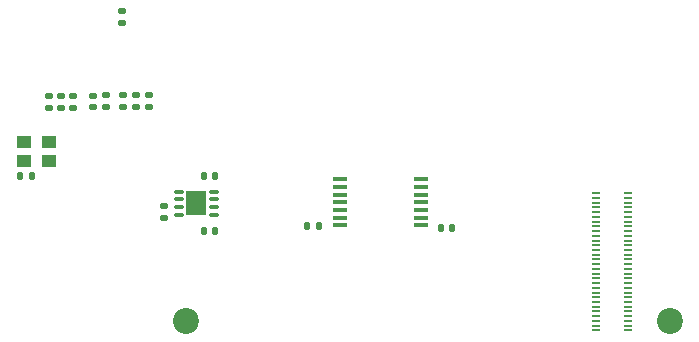
<source format=gbr>
%TF.GenerationSoftware,KiCad,Pcbnew,(6.0.7)*%
%TF.CreationDate,2022-09-26T14:07:28+03:00*%
%TF.ProjectId,202-combi-v0.2,3230322d-636f-46d6-9269-2d76302e322e,rev?*%
%TF.SameCoordinates,PX328b740PY3479d68*%
%TF.FileFunction,Soldermask,Bot*%
%TF.FilePolarity,Negative*%
%FSLAX46Y46*%
G04 Gerber Fmt 4.6, Leading zero omitted, Abs format (unit mm)*
G04 Created by KiCad (PCBNEW (6.0.7)) date 2022-09-26 14:07:28*
%MOMM*%
%LPD*%
G01*
G04 APERTURE LIST*
G04 Aperture macros list*
%AMRoundRect*
0 Rectangle with rounded corners*
0 $1 Rounding radius*
0 $2 $3 $4 $5 $6 $7 $8 $9 X,Y pos of 4 corners*
0 Add a 4 corners polygon primitive as box body*
4,1,4,$2,$3,$4,$5,$6,$7,$8,$9,$2,$3,0*
0 Add four circle primitives for the rounded corners*
1,1,$1+$1,$2,$3*
1,1,$1+$1,$4,$5*
1,1,$1+$1,$6,$7*
1,1,$1+$1,$8,$9*
0 Add four rect primitives between the rounded corners*
20,1,$1+$1,$2,$3,$4,$5,0*
20,1,$1+$1,$4,$5,$6,$7,0*
20,1,$1+$1,$6,$7,$8,$9,0*
20,1,$1+$1,$8,$9,$2,$3,0*%
G04 Aperture macros list end*
%ADD10R,0.660400X0.254000*%
%ADD11RoundRect,0.075000X0.325000X0.075000X-0.325000X0.075000X-0.325000X-0.075000X0.325000X-0.075000X0*%
%ADD12R,1.700000X2.050000*%
%ADD13C,2.200000*%
%ADD14RoundRect,0.140000X-0.170000X0.140000X-0.170000X-0.140000X0.170000X-0.140000X0.170000X0.140000X0*%
%ADD15RoundRect,0.140000X0.140000X0.170000X-0.140000X0.170000X-0.140000X-0.170000X0.140000X-0.170000X0*%
%ADD16RoundRect,0.135000X0.185000X-0.135000X0.185000X0.135000X-0.185000X0.135000X-0.185000X-0.135000X0*%
%ADD17RoundRect,0.135000X-0.185000X0.135000X-0.185000X-0.135000X0.185000X-0.135000X0.185000X0.135000X0*%
%ADD18R,1.200000X0.400000*%
%ADD19R,1.300000X1.100000*%
%ADD20RoundRect,0.140000X-0.140000X-0.170000X0.140000X-0.170000X0.140000X0.170000X-0.140000X0.170000X0*%
%ADD21RoundRect,0.140000X0.170000X-0.140000X0.170000X0.140000X-0.170000X0.140000X-0.170000X-0.140000X0*%
G04 APERTURE END LIST*
D10*
%TO.C,P8*%
X52495001Y-19175001D03*
X49784999Y-19175001D03*
X52495001Y-19575001D03*
X49784999Y-19575001D03*
X52495001Y-19975000D03*
X49784999Y-19975000D03*
X52495001Y-20375002D03*
X49784999Y-20375002D03*
X52495001Y-20775001D03*
X49784999Y-20775001D03*
X52495001Y-21175000D03*
X49784999Y-21175000D03*
X52495001Y-21574999D03*
X49784999Y-21574999D03*
X52495001Y-21975001D03*
X49784999Y-21975001D03*
X52495001Y-22375000D03*
X49784999Y-22375000D03*
X52495001Y-22774999D03*
X49784999Y-22774999D03*
X52495001Y-23175001D03*
X49784999Y-23175001D03*
X52495001Y-23575000D03*
X49784999Y-23575000D03*
X52495001Y-23974999D03*
X49784999Y-23974999D03*
X52495001Y-24375001D03*
X49784999Y-24375001D03*
X52495001Y-24775000D03*
X49784999Y-24775000D03*
X52495001Y-25175000D03*
X49784999Y-25175000D03*
X52495001Y-25574999D03*
X49784999Y-25574999D03*
X52495001Y-25975001D03*
X49784999Y-25975001D03*
X52495001Y-26375000D03*
X49784999Y-26375000D03*
X52495001Y-26774999D03*
X49784999Y-26774999D03*
X52495001Y-27175001D03*
X49784999Y-27175001D03*
X52495001Y-27575000D03*
X49784999Y-27575000D03*
X52495001Y-27974999D03*
X49784999Y-27974999D03*
X52495001Y-28374998D03*
X49784999Y-28374998D03*
X52495001Y-28775000D03*
X49784999Y-28775000D03*
X52495001Y-29174999D03*
X49784999Y-29174999D03*
X52495001Y-29574998D03*
X49784999Y-29574998D03*
X52495001Y-29975000D03*
X49784999Y-29975000D03*
X52495001Y-30374999D03*
X49784999Y-30374999D03*
X52495001Y-30774999D03*
X49784999Y-30774999D03*
%TD*%
D11*
%TO.C,U6*%
X17362500Y-19050000D03*
X17362500Y-19700000D03*
X17362500Y-20350000D03*
X17362500Y-21000000D03*
X14462500Y-21000000D03*
X14462500Y-20350000D03*
X14462500Y-19700000D03*
X14462500Y-19050000D03*
D12*
X15912500Y-20025000D03*
%TD*%
D13*
%TO.C,H1*%
X56000000Y-29975000D03*
%TD*%
%TO.C,H2*%
X15000000Y-29975000D03*
%TD*%
D14*
%TO.C,C1*%
X8230000Y-10885000D03*
X8230000Y-11845000D03*
%TD*%
D15*
%TO.C,C11*%
X26280000Y-21975000D03*
X25320000Y-21975000D03*
%TD*%
D16*
%TO.C,R8*%
X5475000Y-11960000D03*
X5475000Y-10940000D03*
%TD*%
%TO.C,R5*%
X11875000Y-11900000D03*
X11875000Y-10880000D03*
%TD*%
%TO.C,R9*%
X4450000Y-11960000D03*
X4450000Y-10940000D03*
%TD*%
%TO.C,R7*%
X9700000Y-11900000D03*
X9700000Y-10880000D03*
%TD*%
D17*
%TO.C,R11*%
X9600000Y-3765000D03*
X9600000Y-4785000D03*
%TD*%
D18*
%TO.C,U1*%
X28050000Y-21900000D03*
X28050000Y-21250000D03*
X28050000Y-20600000D03*
X28050000Y-19950000D03*
X28050000Y-19300000D03*
X28050000Y-18650000D03*
X28050000Y-18000000D03*
X34950000Y-18000000D03*
X34950000Y-18650000D03*
X34950000Y-19300000D03*
X34950000Y-19950000D03*
X34950000Y-20600000D03*
X34950000Y-21250000D03*
X34950000Y-21900000D03*
%TD*%
D14*
%TO.C,C2*%
X7200000Y-10895000D03*
X7200000Y-11855000D03*
%TD*%
D16*
%TO.C,R10*%
X3400000Y-11960000D03*
X3400000Y-10940000D03*
%TD*%
D19*
%TO.C,U3*%
X1345900Y-14800000D03*
X3454100Y-14800000D03*
X3454100Y-16450000D03*
X1345900Y-16450000D03*
%TD*%
D20*
%TO.C,C18*%
X1020000Y-17675000D03*
X1980000Y-17675000D03*
%TD*%
%TO.C,C9*%
X36620000Y-22075000D03*
X37580000Y-22075000D03*
%TD*%
D15*
%TO.C,C21*%
X17505000Y-22350000D03*
X16545000Y-22350000D03*
%TD*%
D21*
%TO.C,C20*%
X13200000Y-21230000D03*
X13200000Y-20270000D03*
%TD*%
D15*
%TO.C,C19*%
X17480000Y-17725000D03*
X16520000Y-17725000D03*
%TD*%
D16*
%TO.C,R6*%
X10795000Y-11900000D03*
X10795000Y-10880000D03*
%TD*%
M02*

</source>
